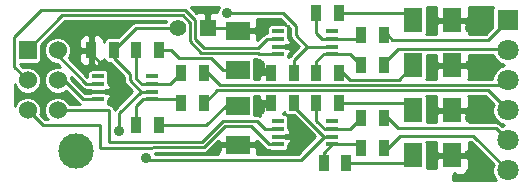
<source format=gtl>
G04 (created by PCBNEW (2013-07-07 BZR 4022)-stable) date 28/01/2014 11:02:56*
%MOIN*%
G04 Gerber Fmt 3.4, Leading zero omitted, Abs format*
%FSLAX34Y34*%
G01*
G70*
G90*
G04 APERTURE LIST*
%ADD10C,0.00590551*%
%ADD11R,0.08X0.06*%
%ADD12R,0.06X0.08*%
%ADD13R,0.035X0.055*%
%ADD14R,0.055X0.055*%
%ADD15C,0.055*%
%ADD16R,0.06X0.06*%
%ADD17C,0.06*%
%ADD18R,0.0402X0.0161*%
%ADD19R,0.0708661X0.0708661*%
%ADD20C,0.0708661*%
%ADD21C,0.11811*%
%ADD22C,0.035*%
%ADD23C,0.01*%
G04 APERTURE END LIST*
G54D10*
G54D11*
X77000Y-62850D03*
X77000Y-64150D03*
G54D12*
X82850Y-63000D03*
X84150Y-63000D03*
X82850Y-61500D03*
X84150Y-61500D03*
X82850Y-60000D03*
X84150Y-60000D03*
X82850Y-64500D03*
X84150Y-64500D03*
G54D11*
X77000Y-61650D03*
X77000Y-60350D03*
G54D13*
X74375Y-63500D03*
X73625Y-63500D03*
X75875Y-62750D03*
X75125Y-62750D03*
X80375Y-62750D03*
X79625Y-62750D03*
X80375Y-61750D03*
X79625Y-61750D03*
X81875Y-61500D03*
X81125Y-61500D03*
X78125Y-62750D03*
X78875Y-62750D03*
X81875Y-60500D03*
X81125Y-60500D03*
X80375Y-59750D03*
X79625Y-59750D03*
X75875Y-61750D03*
X75125Y-61750D03*
X74375Y-61000D03*
X73625Y-61000D03*
X78125Y-61750D03*
X78875Y-61750D03*
X81875Y-63250D03*
X81125Y-63250D03*
X72125Y-61000D03*
X72875Y-61000D03*
X81875Y-64250D03*
X81125Y-64250D03*
X80625Y-64750D03*
X79875Y-64750D03*
G54D14*
X76000Y-60250D03*
G54D15*
X75000Y-60250D03*
G54D16*
X70000Y-61000D03*
G54D17*
X71000Y-61000D03*
X70000Y-62000D03*
X71000Y-62000D03*
X70000Y-63000D03*
X71000Y-63000D03*
G54D18*
X78344Y-63366D03*
X78344Y-63622D03*
X78344Y-63878D03*
X78344Y-64134D03*
X80156Y-64134D03*
X80156Y-63878D03*
X80156Y-63622D03*
X80156Y-63366D03*
X72344Y-61866D03*
X72344Y-62122D03*
X72344Y-62378D03*
X72344Y-62634D03*
X74156Y-62634D03*
X74156Y-62378D03*
X74156Y-62122D03*
X74156Y-61866D03*
X78344Y-60366D03*
X78344Y-60622D03*
X78344Y-60878D03*
X78344Y-61134D03*
X80156Y-61134D03*
X80156Y-60878D03*
X80156Y-60622D03*
X80156Y-60366D03*
G54D19*
X86000Y-60000D03*
G54D20*
X86000Y-61000D03*
X86000Y-62000D03*
X86000Y-63000D03*
X86000Y-64000D03*
X86000Y-65000D03*
G54D21*
X71600Y-64350D03*
G54D22*
X73950Y-64600D03*
X73050Y-63700D03*
X76650Y-59750D03*
X72500Y-61500D03*
X77750Y-63000D03*
X77750Y-61500D03*
X84750Y-63250D03*
X84750Y-60250D03*
X84700Y-64500D03*
X84750Y-61500D03*
X78850Y-60900D03*
X78850Y-63850D03*
X72850Y-62400D03*
X76300Y-64300D03*
G54D23*
X81875Y-60500D02*
X82000Y-60500D01*
X85350Y-60650D02*
X86000Y-60000D01*
X82150Y-60650D02*
X85350Y-60650D01*
X82000Y-60500D02*
X82150Y-60650D01*
X81875Y-61500D02*
X81875Y-61425D01*
X85950Y-60950D02*
X86000Y-61000D01*
X82350Y-60950D02*
X85950Y-60950D01*
X81875Y-61425D02*
X82350Y-60950D01*
X75875Y-61750D02*
X76000Y-61750D01*
X85840Y-62160D02*
X86000Y-62000D01*
X76410Y-62160D02*
X85840Y-62160D01*
X76000Y-61750D02*
X76410Y-62160D01*
X75875Y-62750D02*
X75900Y-62750D01*
X85340Y-62340D02*
X86000Y-63000D01*
X76309Y-62340D02*
X85340Y-62340D01*
X75900Y-62750D02*
X76309Y-62340D01*
X81875Y-63250D02*
X82000Y-63250D01*
X85600Y-63600D02*
X86000Y-64000D01*
X82350Y-63600D02*
X85600Y-63600D01*
X82000Y-63250D02*
X82350Y-63600D01*
X81875Y-64250D02*
X82000Y-64250D01*
X84850Y-63850D02*
X86000Y-65000D01*
X82400Y-63850D02*
X84850Y-63850D01*
X82000Y-64250D02*
X82400Y-63850D01*
X78344Y-61134D02*
X77709Y-61134D01*
X71160Y-59840D02*
X70000Y-61000D01*
X75170Y-59840D02*
X71160Y-59840D01*
X75410Y-60080D02*
X75170Y-59840D01*
X75410Y-60710D02*
X75410Y-60080D01*
X75794Y-61094D02*
X75410Y-60710D01*
X77670Y-61094D02*
X75794Y-61094D01*
X77709Y-61134D02*
X77670Y-61094D01*
X72344Y-62122D02*
X71947Y-62122D01*
X71000Y-61175D02*
X71000Y-61000D01*
X71947Y-62122D02*
X71000Y-61175D01*
X78344Y-60622D02*
X77988Y-60622D01*
X69550Y-61550D02*
X70000Y-62000D01*
X69550Y-60550D02*
X69550Y-61550D01*
X70440Y-59659D02*
X69550Y-60550D01*
X75244Y-59659D02*
X70440Y-59659D01*
X75590Y-60005D02*
X75244Y-59659D01*
X75590Y-60635D02*
X75590Y-60005D01*
X75869Y-60914D02*
X75590Y-60635D01*
X77695Y-60914D02*
X75869Y-60914D01*
X77988Y-60622D02*
X77695Y-60914D01*
X72344Y-62634D02*
X71834Y-62634D01*
X71200Y-62000D02*
X71000Y-62000D01*
X71834Y-62634D02*
X71200Y-62000D01*
X78344Y-64134D02*
X78034Y-64134D01*
X72400Y-64250D02*
X72400Y-63500D01*
X72400Y-63500D02*
X70500Y-63500D01*
X70500Y-63500D02*
X70000Y-63000D01*
X75874Y-64230D02*
X72400Y-64250D01*
X76574Y-63530D02*
X75874Y-64230D01*
X77430Y-63530D02*
X76574Y-63530D01*
X78034Y-64134D02*
X77430Y-63530D01*
X78344Y-63622D02*
X77922Y-63622D01*
X72700Y-64050D02*
X72700Y-63000D01*
X72700Y-63000D02*
X71000Y-63000D01*
X75800Y-64050D02*
X72700Y-64050D01*
X76500Y-63350D02*
X75800Y-64050D01*
X77650Y-63350D02*
X76500Y-63350D01*
X77922Y-63622D02*
X77650Y-63350D01*
X74156Y-62378D02*
X73778Y-62378D01*
X73778Y-62378D02*
X73050Y-63106D01*
X79100Y-64650D02*
X79872Y-63878D01*
X74000Y-64650D02*
X79100Y-64650D01*
X73950Y-64600D02*
X74000Y-64650D01*
X73050Y-63106D02*
X73050Y-63700D01*
X79872Y-63878D02*
X80156Y-63878D01*
X80156Y-60878D02*
X79322Y-60878D01*
X79322Y-60878D02*
X78950Y-60506D01*
X78500Y-59750D02*
X76650Y-59750D01*
X78950Y-60200D02*
X78500Y-59750D01*
X78950Y-60506D02*
X78950Y-60200D01*
X78875Y-61750D02*
X78875Y-61325D01*
X78875Y-61325D02*
X79322Y-60878D01*
X80156Y-63878D02*
X79872Y-63878D01*
X79872Y-63878D02*
X78875Y-62881D01*
X78875Y-62881D02*
X78875Y-62750D01*
X72875Y-61000D02*
X72875Y-61275D01*
X73400Y-62000D02*
X73778Y-62378D01*
X73400Y-61800D02*
X73400Y-62000D01*
X72875Y-61275D02*
X73400Y-61800D01*
X75000Y-60250D02*
X73625Y-60250D01*
X73625Y-60250D02*
X72875Y-61000D01*
X72125Y-61000D02*
X72125Y-61125D01*
X72125Y-61125D02*
X72500Y-61500D01*
X78125Y-62750D02*
X78000Y-62750D01*
X78000Y-62750D02*
X77750Y-63000D01*
X78125Y-61750D02*
X78000Y-61750D01*
X78000Y-61750D02*
X77750Y-61500D01*
X84150Y-63000D02*
X84500Y-63000D01*
X84500Y-63000D02*
X84750Y-63250D01*
X84150Y-60000D02*
X84500Y-60000D01*
X84500Y-60000D02*
X84750Y-60250D01*
X76000Y-60250D02*
X76900Y-60250D01*
X76900Y-60250D02*
X77000Y-60350D01*
X84150Y-64500D02*
X84700Y-64500D01*
X84150Y-61500D02*
X84750Y-61500D01*
X78344Y-60878D02*
X78828Y-60878D01*
X78828Y-60878D02*
X78850Y-60900D01*
X78344Y-63878D02*
X78822Y-63878D01*
X78822Y-63878D02*
X78850Y-63850D01*
X72344Y-62378D02*
X72828Y-62378D01*
X72828Y-62378D02*
X72850Y-62400D01*
X77000Y-64150D02*
X76450Y-64150D01*
X76450Y-64150D02*
X76300Y-64300D01*
X80156Y-61134D02*
X80759Y-61134D01*
X80759Y-61134D02*
X81125Y-61500D01*
X80156Y-61134D02*
X79866Y-61134D01*
X79625Y-61375D02*
X79625Y-61750D01*
X79866Y-61134D02*
X79625Y-61375D01*
X74156Y-62634D02*
X73841Y-62634D01*
X73625Y-62850D02*
X73625Y-63500D01*
X73841Y-62634D02*
X73625Y-62850D01*
X74156Y-62634D02*
X75009Y-62634D01*
X75009Y-62634D02*
X75125Y-62750D01*
X74375Y-61000D02*
X74775Y-61000D01*
X76500Y-61650D02*
X77000Y-61650D01*
X76125Y-61275D02*
X76500Y-61650D01*
X75050Y-61275D02*
X76125Y-61275D01*
X74775Y-61000D02*
X75050Y-61275D01*
X73625Y-61000D02*
X73625Y-61950D01*
X73797Y-62122D02*
X74156Y-62122D01*
X73625Y-61950D02*
X73797Y-62122D01*
X74156Y-62122D02*
X74753Y-62122D01*
X74753Y-62122D02*
X75125Y-61750D01*
X80375Y-59750D02*
X82600Y-59750D01*
X82600Y-59750D02*
X82850Y-60000D01*
X80156Y-60622D02*
X79822Y-60622D01*
X79625Y-60425D02*
X79625Y-59750D01*
X79822Y-60622D02*
X79625Y-60425D01*
X80156Y-60622D02*
X81003Y-60622D01*
X81003Y-60622D02*
X81125Y-60500D01*
X74375Y-63500D02*
X75950Y-63500D01*
X76600Y-62850D02*
X77000Y-62850D01*
X75950Y-63500D02*
X76600Y-62850D01*
X80625Y-64750D02*
X82600Y-64750D01*
X82600Y-64750D02*
X82850Y-64500D01*
X80156Y-63622D02*
X80753Y-63622D01*
X80753Y-63622D02*
X81125Y-63250D01*
X80156Y-63622D02*
X79897Y-63622D01*
X79625Y-63350D02*
X79625Y-62750D01*
X79897Y-63622D02*
X79625Y-63350D01*
X80156Y-64134D02*
X81009Y-64134D01*
X81009Y-64134D02*
X81125Y-64250D01*
X79875Y-64750D02*
X79875Y-64415D01*
X79875Y-64415D02*
X80156Y-64134D01*
X80375Y-62750D02*
X82600Y-62750D01*
X82600Y-62750D02*
X82850Y-63000D01*
X80375Y-61750D02*
X80520Y-61750D01*
X82370Y-61979D02*
X82850Y-61500D01*
X80750Y-61979D02*
X82370Y-61979D01*
X80520Y-61750D02*
X80750Y-61979D01*
G54D10*
G36*
X74627Y-60040D02*
X74622Y-60050D01*
X73625Y-60050D01*
X73548Y-60065D01*
X73526Y-60079D01*
X73483Y-60108D01*
X73017Y-60574D01*
X72670Y-60574D01*
X72615Y-60597D01*
X72572Y-60639D01*
X72550Y-60695D01*
X72549Y-60724D01*
X72549Y-60675D01*
X72511Y-60583D01*
X72441Y-60512D01*
X72349Y-60474D01*
X72237Y-60475D01*
X72175Y-60537D01*
X72175Y-60950D01*
X72182Y-60950D01*
X72182Y-61050D01*
X72175Y-61050D01*
X72175Y-61462D01*
X72237Y-61525D01*
X72349Y-61525D01*
X72441Y-61487D01*
X72511Y-61416D01*
X72549Y-61324D01*
X72549Y-61304D01*
X72549Y-61304D01*
X72572Y-61359D01*
X72614Y-61402D01*
X72670Y-61424D01*
X72729Y-61425D01*
X72742Y-61425D01*
X73200Y-61882D01*
X73200Y-62000D01*
X73215Y-62076D01*
X73258Y-62141D01*
X73495Y-62377D01*
X72908Y-62964D01*
X72896Y-62982D01*
X72884Y-62923D01*
X72841Y-62858D01*
X72776Y-62815D01*
X72700Y-62800D01*
X72671Y-62800D01*
X72672Y-62799D01*
X72694Y-62744D01*
X72695Y-62684D01*
X72695Y-62662D01*
X72757Y-62599D01*
X72795Y-62508D01*
X72795Y-62480D01*
X72732Y-62418D01*
X72610Y-62418D01*
X72574Y-62403D01*
X72515Y-62403D01*
X72113Y-62403D01*
X72077Y-62418D01*
X71955Y-62418D01*
X71939Y-62434D01*
X71916Y-62434D01*
X71450Y-61967D01*
X71450Y-61910D01*
X71447Y-61905D01*
X71805Y-62263D01*
X71870Y-62306D01*
X71937Y-62320D01*
X71955Y-62337D01*
X72077Y-62337D01*
X72113Y-62352D01*
X72172Y-62352D01*
X72574Y-62352D01*
X72610Y-62337D01*
X72732Y-62337D01*
X72795Y-62275D01*
X72795Y-62247D01*
X72757Y-62156D01*
X72695Y-62093D01*
X72695Y-62011D01*
X72687Y-61994D01*
X72694Y-61976D01*
X72695Y-61916D01*
X72695Y-61755D01*
X72672Y-61700D01*
X72630Y-61658D01*
X72574Y-61635D01*
X72515Y-61635D01*
X72113Y-61635D01*
X72075Y-61651D01*
X72075Y-61462D01*
X72075Y-61050D01*
X72075Y-60950D01*
X72075Y-60537D01*
X72012Y-60475D01*
X71900Y-60474D01*
X71808Y-60512D01*
X71738Y-60583D01*
X71700Y-60675D01*
X71699Y-60774D01*
X71700Y-60887D01*
X71762Y-60950D01*
X72075Y-60950D01*
X72075Y-61050D01*
X71762Y-61050D01*
X71700Y-61112D01*
X71699Y-61225D01*
X71700Y-61324D01*
X71738Y-61416D01*
X71808Y-61487D01*
X71900Y-61525D01*
X72012Y-61525D01*
X72075Y-61462D01*
X72075Y-61651D01*
X72058Y-61658D01*
X72015Y-61700D01*
X71993Y-61755D01*
X71992Y-61815D01*
X71992Y-61885D01*
X71372Y-61264D01*
X71381Y-61255D01*
X71449Y-61089D01*
X71450Y-60910D01*
X71381Y-60745D01*
X71255Y-60618D01*
X71089Y-60550D01*
X70910Y-60549D01*
X70745Y-60618D01*
X70618Y-60744D01*
X70550Y-60910D01*
X70549Y-61089D01*
X70618Y-61254D01*
X70744Y-61381D01*
X70910Y-61449D01*
X70992Y-61449D01*
X71093Y-61551D01*
X71089Y-61550D01*
X70910Y-61549D01*
X70745Y-61618D01*
X70618Y-61744D01*
X70550Y-61910D01*
X70549Y-62089D01*
X70618Y-62254D01*
X70744Y-62381D01*
X70910Y-62449D01*
X71089Y-62450D01*
X71254Y-62381D01*
X71276Y-62359D01*
X71692Y-62775D01*
X71692Y-62775D01*
X71729Y-62800D01*
X71404Y-62800D01*
X71381Y-62745D01*
X71255Y-62618D01*
X71089Y-62550D01*
X70910Y-62549D01*
X70745Y-62618D01*
X70618Y-62744D01*
X70550Y-62910D01*
X70549Y-63089D01*
X70618Y-63254D01*
X70663Y-63300D01*
X70582Y-63300D01*
X70427Y-63144D01*
X70449Y-63089D01*
X70450Y-62910D01*
X70381Y-62745D01*
X70255Y-62618D01*
X70089Y-62550D01*
X69910Y-62549D01*
X69745Y-62618D01*
X69618Y-62744D01*
X69569Y-62862D01*
X69569Y-62136D01*
X69618Y-62254D01*
X69744Y-62381D01*
X69910Y-62449D01*
X70089Y-62450D01*
X70254Y-62381D01*
X70381Y-62255D01*
X70449Y-62089D01*
X70450Y-61910D01*
X70381Y-61745D01*
X70255Y-61618D01*
X70089Y-61550D01*
X69910Y-61549D01*
X69855Y-61572D01*
X69750Y-61467D01*
X69750Y-61450D01*
X70329Y-61450D01*
X70384Y-61427D01*
X70427Y-61385D01*
X70449Y-61329D01*
X70450Y-61270D01*
X70450Y-60832D01*
X71242Y-60040D01*
X74627Y-60040D01*
X74627Y-60040D01*
G37*
G54D23*
X74627Y-60040D02*
X74622Y-60050D01*
X73625Y-60050D01*
X73548Y-60065D01*
X73526Y-60079D01*
X73483Y-60108D01*
X73017Y-60574D01*
X72670Y-60574D01*
X72615Y-60597D01*
X72572Y-60639D01*
X72550Y-60695D01*
X72549Y-60724D01*
X72549Y-60675D01*
X72511Y-60583D01*
X72441Y-60512D01*
X72349Y-60474D01*
X72237Y-60475D01*
X72175Y-60537D01*
X72175Y-60950D01*
X72182Y-60950D01*
X72182Y-61050D01*
X72175Y-61050D01*
X72175Y-61462D01*
X72237Y-61525D01*
X72349Y-61525D01*
X72441Y-61487D01*
X72511Y-61416D01*
X72549Y-61324D01*
X72549Y-61304D01*
X72549Y-61304D01*
X72572Y-61359D01*
X72614Y-61402D01*
X72670Y-61424D01*
X72729Y-61425D01*
X72742Y-61425D01*
X73200Y-61882D01*
X73200Y-62000D01*
X73215Y-62076D01*
X73258Y-62141D01*
X73495Y-62377D01*
X72908Y-62964D01*
X72896Y-62982D01*
X72884Y-62923D01*
X72841Y-62858D01*
X72776Y-62815D01*
X72700Y-62800D01*
X72671Y-62800D01*
X72672Y-62799D01*
X72694Y-62744D01*
X72695Y-62684D01*
X72695Y-62662D01*
X72757Y-62599D01*
X72795Y-62508D01*
X72795Y-62480D01*
X72732Y-62418D01*
X72610Y-62418D01*
X72574Y-62403D01*
X72515Y-62403D01*
X72113Y-62403D01*
X72077Y-62418D01*
X71955Y-62418D01*
X71939Y-62434D01*
X71916Y-62434D01*
X71450Y-61967D01*
X71450Y-61910D01*
X71447Y-61905D01*
X71805Y-62263D01*
X71870Y-62306D01*
X71937Y-62320D01*
X71955Y-62337D01*
X72077Y-62337D01*
X72113Y-62352D01*
X72172Y-62352D01*
X72574Y-62352D01*
X72610Y-62337D01*
X72732Y-62337D01*
X72795Y-62275D01*
X72795Y-62247D01*
X72757Y-62156D01*
X72695Y-62093D01*
X72695Y-62011D01*
X72687Y-61994D01*
X72694Y-61976D01*
X72695Y-61916D01*
X72695Y-61755D01*
X72672Y-61700D01*
X72630Y-61658D01*
X72574Y-61635D01*
X72515Y-61635D01*
X72113Y-61635D01*
X72075Y-61651D01*
X72075Y-61462D01*
X72075Y-61050D01*
X72075Y-60950D01*
X72075Y-60537D01*
X72012Y-60475D01*
X71900Y-60474D01*
X71808Y-60512D01*
X71738Y-60583D01*
X71700Y-60675D01*
X71699Y-60774D01*
X71700Y-60887D01*
X71762Y-60950D01*
X72075Y-60950D01*
X72075Y-61050D01*
X71762Y-61050D01*
X71700Y-61112D01*
X71699Y-61225D01*
X71700Y-61324D01*
X71738Y-61416D01*
X71808Y-61487D01*
X71900Y-61525D01*
X72012Y-61525D01*
X72075Y-61462D01*
X72075Y-61651D01*
X72058Y-61658D01*
X72015Y-61700D01*
X71993Y-61755D01*
X71992Y-61815D01*
X71992Y-61885D01*
X71372Y-61264D01*
X71381Y-61255D01*
X71449Y-61089D01*
X71450Y-60910D01*
X71381Y-60745D01*
X71255Y-60618D01*
X71089Y-60550D01*
X70910Y-60549D01*
X70745Y-60618D01*
X70618Y-60744D01*
X70550Y-60910D01*
X70549Y-61089D01*
X70618Y-61254D01*
X70744Y-61381D01*
X70910Y-61449D01*
X70992Y-61449D01*
X71093Y-61551D01*
X71089Y-61550D01*
X70910Y-61549D01*
X70745Y-61618D01*
X70618Y-61744D01*
X70550Y-61910D01*
X70549Y-62089D01*
X70618Y-62254D01*
X70744Y-62381D01*
X70910Y-62449D01*
X71089Y-62450D01*
X71254Y-62381D01*
X71276Y-62359D01*
X71692Y-62775D01*
X71692Y-62775D01*
X71729Y-62800D01*
X71404Y-62800D01*
X71381Y-62745D01*
X71255Y-62618D01*
X71089Y-62550D01*
X70910Y-62549D01*
X70745Y-62618D01*
X70618Y-62744D01*
X70550Y-62910D01*
X70549Y-63089D01*
X70618Y-63254D01*
X70663Y-63300D01*
X70582Y-63300D01*
X70427Y-63144D01*
X70449Y-63089D01*
X70450Y-62910D01*
X70381Y-62745D01*
X70255Y-62618D01*
X70089Y-62550D01*
X69910Y-62549D01*
X69745Y-62618D01*
X69618Y-62744D01*
X69569Y-62862D01*
X69569Y-62136D01*
X69618Y-62254D01*
X69744Y-62381D01*
X69910Y-62449D01*
X70089Y-62450D01*
X70254Y-62381D01*
X70381Y-62255D01*
X70449Y-62089D01*
X70450Y-61910D01*
X70381Y-61745D01*
X70255Y-61618D01*
X70089Y-61550D01*
X69910Y-61549D01*
X69855Y-61572D01*
X69750Y-61467D01*
X69750Y-61450D01*
X70329Y-61450D01*
X70384Y-61427D01*
X70427Y-61385D01*
X70449Y-61329D01*
X70450Y-61270D01*
X70450Y-60832D01*
X71242Y-60040D01*
X74627Y-60040D01*
G54D10*
G36*
X76372Y-59569D02*
X76325Y-59685D01*
X76325Y-59725D01*
X76324Y-59724D01*
X76112Y-59725D01*
X76050Y-59787D01*
X76050Y-60200D01*
X76057Y-60200D01*
X76057Y-60300D01*
X76050Y-60300D01*
X76050Y-60307D01*
X75950Y-60307D01*
X75950Y-60300D01*
X75942Y-60300D01*
X75942Y-60200D01*
X75950Y-60200D01*
X75950Y-59787D01*
X75887Y-59725D01*
X75675Y-59724D01*
X75616Y-59749D01*
X75437Y-59569D01*
X76372Y-59569D01*
X76372Y-59569D01*
G37*
G54D23*
X76372Y-59569D02*
X76325Y-59685D01*
X76325Y-59725D01*
X76324Y-59724D01*
X76112Y-59725D01*
X76050Y-59787D01*
X76050Y-60200D01*
X76057Y-60200D01*
X76057Y-60300D01*
X76050Y-60300D01*
X76050Y-60307D01*
X75950Y-60307D01*
X75950Y-60300D01*
X75942Y-60300D01*
X75942Y-60200D01*
X75950Y-60200D01*
X75950Y-59787D01*
X75887Y-59725D01*
X75675Y-59724D01*
X75616Y-59749D01*
X75437Y-59569D01*
X76372Y-59569D01*
G54D10*
G36*
X78182Y-61800D02*
X78175Y-61800D01*
X78175Y-61807D01*
X78075Y-61807D01*
X78075Y-61800D01*
X77762Y-61800D01*
X77700Y-61862D01*
X77699Y-61960D01*
X77549Y-61960D01*
X77550Y-61920D01*
X77550Y-61320D01*
X77539Y-61294D01*
X77596Y-61294D01*
X77610Y-61304D01*
X77632Y-61318D01*
X77632Y-61318D01*
X77709Y-61333D01*
X77709Y-61334D01*
X77737Y-61334D01*
X77700Y-61425D01*
X77699Y-61524D01*
X77700Y-61637D01*
X77762Y-61700D01*
X78075Y-61700D01*
X78075Y-61692D01*
X78175Y-61692D01*
X78175Y-61700D01*
X78182Y-61700D01*
X78182Y-61800D01*
X78182Y-61800D01*
G37*
G54D23*
X78182Y-61800D02*
X78175Y-61800D01*
X78175Y-61807D01*
X78075Y-61807D01*
X78075Y-61800D01*
X77762Y-61800D01*
X77700Y-61862D01*
X77699Y-61960D01*
X77549Y-61960D01*
X77550Y-61920D01*
X77550Y-61320D01*
X77539Y-61294D01*
X77596Y-61294D01*
X77610Y-61304D01*
X77632Y-61318D01*
X77632Y-61318D01*
X77709Y-61333D01*
X77709Y-61334D01*
X77737Y-61334D01*
X77700Y-61425D01*
X77699Y-61524D01*
X77700Y-61637D01*
X77762Y-61700D01*
X78075Y-61700D01*
X78075Y-61692D01*
X78175Y-61692D01*
X78175Y-61700D01*
X78182Y-61700D01*
X78182Y-61800D01*
G54D10*
G36*
X78182Y-62800D02*
X78175Y-62800D01*
X78175Y-62807D01*
X78075Y-62807D01*
X78075Y-62800D01*
X77762Y-62800D01*
X77700Y-62862D01*
X77699Y-62975D01*
X77700Y-63074D01*
X77738Y-63166D01*
X77756Y-63185D01*
X77726Y-63165D01*
X77650Y-63150D01*
X77550Y-63150D01*
X77550Y-63120D01*
X77550Y-62540D01*
X77699Y-62540D01*
X77700Y-62637D01*
X77762Y-62700D01*
X78075Y-62700D01*
X78075Y-62692D01*
X78175Y-62692D01*
X78175Y-62700D01*
X78182Y-62700D01*
X78182Y-62800D01*
X78182Y-62800D01*
G37*
G54D23*
X78182Y-62800D02*
X78175Y-62800D01*
X78175Y-62807D01*
X78075Y-62807D01*
X78075Y-62800D01*
X77762Y-62800D01*
X77700Y-62862D01*
X77699Y-62975D01*
X77700Y-63074D01*
X77738Y-63166D01*
X77756Y-63185D01*
X77726Y-63165D01*
X77650Y-63150D01*
X77550Y-63150D01*
X77550Y-63120D01*
X77550Y-62540D01*
X77699Y-62540D01*
X77700Y-62637D01*
X77762Y-62700D01*
X78075Y-62700D01*
X78075Y-62692D01*
X78175Y-62692D01*
X78175Y-62700D01*
X78182Y-62700D01*
X78182Y-62800D01*
G54D10*
G36*
X78622Y-60155D02*
X78574Y-60135D01*
X78515Y-60135D01*
X78113Y-60135D01*
X78058Y-60158D01*
X78015Y-60200D01*
X77993Y-60255D01*
X77992Y-60315D01*
X77992Y-60422D01*
X77988Y-60422D01*
X77924Y-60434D01*
X77911Y-60437D01*
X77846Y-60480D01*
X77650Y-60677D01*
X77650Y-60462D01*
X77587Y-60400D01*
X77050Y-60400D01*
X77050Y-60407D01*
X76950Y-60407D01*
X76950Y-60400D01*
X76942Y-60400D01*
X76942Y-60300D01*
X76950Y-60300D01*
X76950Y-60292D01*
X77050Y-60292D01*
X77050Y-60300D01*
X77587Y-60300D01*
X77650Y-60237D01*
X77650Y-60000D01*
X77629Y-59950D01*
X78417Y-59950D01*
X78622Y-60155D01*
X78622Y-60155D01*
G37*
G54D23*
X78622Y-60155D02*
X78574Y-60135D01*
X78515Y-60135D01*
X78113Y-60135D01*
X78058Y-60158D01*
X78015Y-60200D01*
X77993Y-60255D01*
X77992Y-60315D01*
X77992Y-60422D01*
X77988Y-60422D01*
X77924Y-60434D01*
X77911Y-60437D01*
X77846Y-60480D01*
X77650Y-60677D01*
X77650Y-60462D01*
X77587Y-60400D01*
X77050Y-60400D01*
X77050Y-60407D01*
X76950Y-60407D01*
X76950Y-60400D01*
X76942Y-60400D01*
X76942Y-60300D01*
X76950Y-60300D01*
X76950Y-60292D01*
X77050Y-60292D01*
X77050Y-60300D01*
X77587Y-60300D01*
X77650Y-60237D01*
X77650Y-60000D01*
X77629Y-59950D01*
X78417Y-59950D01*
X78622Y-60155D01*
G54D10*
G36*
X79039Y-60877D02*
X78733Y-61183D01*
X78694Y-61241D01*
X78695Y-61184D01*
X78695Y-61162D01*
X78757Y-61099D01*
X78795Y-61008D01*
X78795Y-60980D01*
X78732Y-60918D01*
X78610Y-60918D01*
X78574Y-60903D01*
X78515Y-60903D01*
X78286Y-60903D01*
X78286Y-60852D01*
X78574Y-60852D01*
X78610Y-60837D01*
X78732Y-60837D01*
X78795Y-60775D01*
X78795Y-60747D01*
X78757Y-60656D01*
X78695Y-60593D01*
X78695Y-60511D01*
X78687Y-60494D01*
X78694Y-60476D01*
X78695Y-60416D01*
X78695Y-60255D01*
X78675Y-60208D01*
X78750Y-60282D01*
X78750Y-60506D01*
X78765Y-60582D01*
X78808Y-60647D01*
X79039Y-60877D01*
X79039Y-60877D01*
G37*
G54D23*
X79039Y-60877D02*
X78733Y-61183D01*
X78694Y-61241D01*
X78695Y-61184D01*
X78695Y-61162D01*
X78757Y-61099D01*
X78795Y-61008D01*
X78795Y-60980D01*
X78732Y-60918D01*
X78610Y-60918D01*
X78574Y-60903D01*
X78515Y-60903D01*
X78286Y-60903D01*
X78286Y-60852D01*
X78574Y-60852D01*
X78610Y-60837D01*
X78732Y-60837D01*
X78795Y-60775D01*
X78795Y-60747D01*
X78757Y-60656D01*
X78695Y-60593D01*
X78695Y-60511D01*
X78687Y-60494D01*
X78694Y-60476D01*
X78695Y-60416D01*
X78695Y-60255D01*
X78675Y-60208D01*
X78750Y-60282D01*
X78750Y-60506D01*
X78765Y-60582D01*
X78808Y-60647D01*
X79039Y-60877D01*
G54D10*
G36*
X79589Y-63877D02*
X79017Y-64450D01*
X77650Y-64450D01*
X77650Y-64262D01*
X77587Y-64200D01*
X77050Y-64200D01*
X77050Y-64207D01*
X76950Y-64207D01*
X76950Y-64200D01*
X76412Y-64200D01*
X76350Y-64262D01*
X76349Y-64450D01*
X74239Y-64450D01*
X74235Y-64440D01*
X75875Y-64431D01*
X75952Y-64416D01*
X76016Y-64372D01*
X76020Y-64367D01*
X76349Y-64037D01*
X76350Y-64037D01*
X76412Y-64100D01*
X76950Y-64100D01*
X76950Y-64092D01*
X77050Y-64092D01*
X77050Y-64100D01*
X77587Y-64100D01*
X77650Y-64037D01*
X77650Y-64032D01*
X77892Y-64275D01*
X77957Y-64318D01*
X78034Y-64334D01*
X78050Y-64334D01*
X78057Y-64341D01*
X78113Y-64364D01*
X78172Y-64364D01*
X78574Y-64364D01*
X78629Y-64341D01*
X78672Y-64299D01*
X78694Y-64244D01*
X78695Y-64184D01*
X78695Y-64162D01*
X78757Y-64099D01*
X78795Y-64008D01*
X78795Y-63980D01*
X78732Y-63918D01*
X78610Y-63918D01*
X78574Y-63903D01*
X78515Y-63903D01*
X78286Y-63903D01*
X78286Y-63852D01*
X78574Y-63852D01*
X78610Y-63837D01*
X78732Y-63837D01*
X78795Y-63775D01*
X78795Y-63747D01*
X78757Y-63656D01*
X78695Y-63593D01*
X78695Y-63511D01*
X78687Y-63494D01*
X78694Y-63476D01*
X78695Y-63416D01*
X78695Y-63255D01*
X78672Y-63200D01*
X78630Y-63158D01*
X78574Y-63135D01*
X78524Y-63135D01*
X78549Y-63074D01*
X78549Y-63054D01*
X78549Y-63054D01*
X78572Y-63109D01*
X78614Y-63152D01*
X78670Y-63174D01*
X78729Y-63175D01*
X78886Y-63175D01*
X79589Y-63877D01*
X79589Y-63877D01*
G37*
G54D23*
X79589Y-63877D02*
X79017Y-64450D01*
X77650Y-64450D01*
X77650Y-64262D01*
X77587Y-64200D01*
X77050Y-64200D01*
X77050Y-64207D01*
X76950Y-64207D01*
X76950Y-64200D01*
X76412Y-64200D01*
X76350Y-64262D01*
X76349Y-64450D01*
X74239Y-64450D01*
X74235Y-64440D01*
X75875Y-64431D01*
X75952Y-64416D01*
X76016Y-64372D01*
X76020Y-64367D01*
X76349Y-64037D01*
X76350Y-64037D01*
X76412Y-64100D01*
X76950Y-64100D01*
X76950Y-64092D01*
X77050Y-64092D01*
X77050Y-64100D01*
X77587Y-64100D01*
X77650Y-64037D01*
X77650Y-64032D01*
X77892Y-64275D01*
X77957Y-64318D01*
X78034Y-64334D01*
X78050Y-64334D01*
X78057Y-64341D01*
X78113Y-64364D01*
X78172Y-64364D01*
X78574Y-64364D01*
X78629Y-64341D01*
X78672Y-64299D01*
X78694Y-64244D01*
X78695Y-64184D01*
X78695Y-64162D01*
X78757Y-64099D01*
X78795Y-64008D01*
X78795Y-63980D01*
X78732Y-63918D01*
X78610Y-63918D01*
X78574Y-63903D01*
X78515Y-63903D01*
X78286Y-63903D01*
X78286Y-63852D01*
X78574Y-63852D01*
X78610Y-63837D01*
X78732Y-63837D01*
X78795Y-63775D01*
X78795Y-63747D01*
X78757Y-63656D01*
X78695Y-63593D01*
X78695Y-63511D01*
X78687Y-63494D01*
X78694Y-63476D01*
X78695Y-63416D01*
X78695Y-63255D01*
X78672Y-63200D01*
X78630Y-63158D01*
X78574Y-63135D01*
X78524Y-63135D01*
X78549Y-63074D01*
X78549Y-63054D01*
X78549Y-63054D01*
X78572Y-63109D01*
X78614Y-63152D01*
X78670Y-63174D01*
X78729Y-63175D01*
X78886Y-63175D01*
X79589Y-63877D01*
G54D10*
G36*
X85514Y-59569D02*
X85495Y-59615D01*
X85495Y-59675D01*
X85495Y-60221D01*
X85267Y-60450D01*
X84699Y-60450D01*
X84699Y-60449D01*
X84700Y-60350D01*
X84700Y-60112D01*
X84637Y-60050D01*
X84200Y-60050D01*
X84200Y-60057D01*
X84100Y-60057D01*
X84100Y-60050D01*
X83662Y-60050D01*
X83600Y-60112D01*
X83599Y-60350D01*
X83600Y-60449D01*
X83600Y-60450D01*
X83291Y-60450D01*
X83299Y-60429D01*
X83300Y-60370D01*
X83300Y-59570D01*
X83299Y-59569D01*
X83600Y-59569D01*
X83599Y-59649D01*
X83600Y-59887D01*
X83662Y-59950D01*
X84100Y-59950D01*
X84100Y-59942D01*
X84200Y-59942D01*
X84200Y-59950D01*
X84637Y-59950D01*
X84700Y-59887D01*
X84700Y-59649D01*
X84699Y-59569D01*
X85514Y-59569D01*
X85514Y-59569D01*
G37*
G54D23*
X85514Y-59569D02*
X85495Y-59615D01*
X85495Y-59675D01*
X85495Y-60221D01*
X85267Y-60450D01*
X84699Y-60450D01*
X84699Y-60449D01*
X84700Y-60350D01*
X84700Y-60112D01*
X84637Y-60050D01*
X84200Y-60050D01*
X84200Y-60057D01*
X84100Y-60057D01*
X84100Y-60050D01*
X83662Y-60050D01*
X83600Y-60112D01*
X83599Y-60350D01*
X83600Y-60449D01*
X83600Y-60450D01*
X83291Y-60450D01*
X83299Y-60429D01*
X83300Y-60370D01*
X83300Y-59570D01*
X83299Y-59569D01*
X83600Y-59569D01*
X83599Y-59649D01*
X83600Y-59887D01*
X83662Y-59950D01*
X84100Y-59950D01*
X84100Y-59942D01*
X84200Y-59942D01*
X84200Y-59950D01*
X84637Y-59950D01*
X84700Y-59887D01*
X84700Y-59649D01*
X84699Y-59569D01*
X85514Y-59569D01*
G54D10*
G36*
X85617Y-65330D02*
X84700Y-65330D01*
X84169Y-65330D01*
X84169Y-65150D01*
X84200Y-65150D01*
X84200Y-65087D01*
X84262Y-65150D01*
X84499Y-65150D01*
X84591Y-65112D01*
X84661Y-65041D01*
X84699Y-64949D01*
X84700Y-64850D01*
X84700Y-64612D01*
X84637Y-64550D01*
X84200Y-64550D01*
X84200Y-64557D01*
X84100Y-64557D01*
X84100Y-64550D01*
X83662Y-64550D01*
X83600Y-64612D01*
X83599Y-64850D01*
X83600Y-64930D01*
X83299Y-64930D01*
X83299Y-64929D01*
X83300Y-64870D01*
X83300Y-64070D01*
X83291Y-64050D01*
X83600Y-64050D01*
X83600Y-64050D01*
X83599Y-64149D01*
X83600Y-64387D01*
X83662Y-64450D01*
X84100Y-64450D01*
X84100Y-64442D01*
X84200Y-64442D01*
X84200Y-64450D01*
X84637Y-64450D01*
X84700Y-64387D01*
X84700Y-64149D01*
X84699Y-64050D01*
X84699Y-64050D01*
X84767Y-64050D01*
X85531Y-64813D01*
X85495Y-64899D01*
X85495Y-65099D01*
X85572Y-65285D01*
X85617Y-65330D01*
X85617Y-65330D01*
G37*
G54D23*
X85617Y-65330D02*
X84700Y-65330D01*
X84169Y-65330D01*
X84169Y-65150D01*
X84200Y-65150D01*
X84200Y-65087D01*
X84262Y-65150D01*
X84499Y-65150D01*
X84591Y-65112D01*
X84661Y-65041D01*
X84699Y-64949D01*
X84700Y-64850D01*
X84700Y-64612D01*
X84637Y-64550D01*
X84200Y-64550D01*
X84200Y-64557D01*
X84100Y-64557D01*
X84100Y-64550D01*
X83662Y-64550D01*
X83600Y-64612D01*
X83599Y-64850D01*
X83600Y-64930D01*
X83299Y-64930D01*
X83299Y-64929D01*
X83300Y-64870D01*
X83300Y-64070D01*
X83291Y-64050D01*
X83600Y-64050D01*
X83600Y-64050D01*
X83599Y-64149D01*
X83600Y-64387D01*
X83662Y-64450D01*
X84100Y-64450D01*
X84100Y-64442D01*
X84200Y-64442D01*
X84200Y-64450D01*
X84637Y-64450D01*
X84700Y-64387D01*
X84700Y-64149D01*
X84699Y-64050D01*
X84699Y-64050D01*
X84767Y-64050D01*
X85531Y-64813D01*
X85495Y-64899D01*
X85495Y-65099D01*
X85572Y-65285D01*
X85617Y-65330D01*
G54D10*
G36*
X85889Y-61500D02*
X85714Y-61572D01*
X85572Y-61713D01*
X85495Y-61899D01*
X85495Y-61960D01*
X84695Y-61960D01*
X84699Y-61949D01*
X84700Y-61850D01*
X84700Y-61612D01*
X84637Y-61550D01*
X84200Y-61550D01*
X84200Y-61557D01*
X84100Y-61557D01*
X84100Y-61550D01*
X83662Y-61550D01*
X83600Y-61612D01*
X83599Y-61850D01*
X83600Y-61949D01*
X83604Y-61960D01*
X83287Y-61960D01*
X83299Y-61929D01*
X83300Y-61870D01*
X83300Y-61150D01*
X83599Y-61150D01*
X83600Y-61387D01*
X83662Y-61450D01*
X84100Y-61450D01*
X84100Y-61442D01*
X84200Y-61442D01*
X84200Y-61450D01*
X84637Y-61450D01*
X84700Y-61387D01*
X84700Y-61150D01*
X85516Y-61150D01*
X85572Y-61285D01*
X85713Y-61427D01*
X85889Y-61500D01*
X85889Y-61500D01*
G37*
G54D23*
X85889Y-61500D02*
X85714Y-61572D01*
X85572Y-61713D01*
X85495Y-61899D01*
X85495Y-61960D01*
X84695Y-61960D01*
X84699Y-61949D01*
X84700Y-61850D01*
X84700Y-61612D01*
X84637Y-61550D01*
X84200Y-61550D01*
X84200Y-61557D01*
X84100Y-61557D01*
X84100Y-61550D01*
X83662Y-61550D01*
X83600Y-61612D01*
X83599Y-61850D01*
X83600Y-61949D01*
X83604Y-61960D01*
X83287Y-61960D01*
X83299Y-61929D01*
X83300Y-61870D01*
X83300Y-61150D01*
X83599Y-61150D01*
X83600Y-61387D01*
X83662Y-61450D01*
X84100Y-61450D01*
X84100Y-61442D01*
X84200Y-61442D01*
X84200Y-61450D01*
X84637Y-61450D01*
X84700Y-61387D01*
X84700Y-61150D01*
X85516Y-61150D01*
X85572Y-61285D01*
X85713Y-61427D01*
X85889Y-61500D01*
G54D10*
G36*
X85889Y-63500D02*
X85814Y-63531D01*
X85741Y-63458D01*
X85676Y-63415D01*
X85600Y-63400D01*
X84699Y-63400D01*
X84700Y-63350D01*
X84700Y-63112D01*
X84637Y-63050D01*
X84200Y-63050D01*
X84200Y-63057D01*
X84100Y-63057D01*
X84100Y-63050D01*
X83662Y-63050D01*
X83600Y-63112D01*
X83599Y-63350D01*
X83600Y-63400D01*
X83300Y-63400D01*
X83300Y-63370D01*
X83300Y-62570D01*
X83287Y-62540D01*
X83604Y-62540D01*
X83600Y-62550D01*
X83599Y-62649D01*
X83600Y-62887D01*
X83662Y-62950D01*
X84100Y-62950D01*
X84100Y-62942D01*
X84200Y-62942D01*
X84200Y-62950D01*
X84637Y-62950D01*
X84700Y-62887D01*
X84700Y-62649D01*
X84699Y-62550D01*
X84695Y-62540D01*
X85257Y-62540D01*
X85531Y-62813D01*
X85495Y-62899D01*
X85495Y-63099D01*
X85572Y-63285D01*
X85713Y-63427D01*
X85889Y-63500D01*
X85889Y-63500D01*
G37*
G54D23*
X85889Y-63500D02*
X85814Y-63531D01*
X85741Y-63458D01*
X85676Y-63415D01*
X85600Y-63400D01*
X84699Y-63400D01*
X84700Y-63350D01*
X84700Y-63112D01*
X84637Y-63050D01*
X84200Y-63050D01*
X84200Y-63057D01*
X84100Y-63057D01*
X84100Y-63050D01*
X83662Y-63050D01*
X83600Y-63112D01*
X83599Y-63350D01*
X83600Y-63400D01*
X83300Y-63400D01*
X83300Y-63370D01*
X83300Y-62570D01*
X83287Y-62540D01*
X83604Y-62540D01*
X83600Y-62550D01*
X83599Y-62649D01*
X83600Y-62887D01*
X83662Y-62950D01*
X84100Y-62950D01*
X84100Y-62942D01*
X84200Y-62942D01*
X84200Y-62950D01*
X84637Y-62950D01*
X84700Y-62887D01*
X84700Y-62649D01*
X84699Y-62550D01*
X84695Y-62540D01*
X85257Y-62540D01*
X85531Y-62813D01*
X85495Y-62899D01*
X85495Y-63099D01*
X85572Y-63285D01*
X85713Y-63427D01*
X85889Y-63500D01*
M02*

</source>
